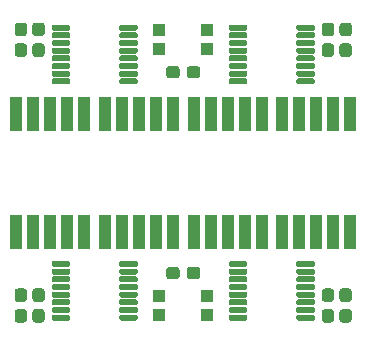
<source format=gbr>
%TF.GenerationSoftware,KiCad,Pcbnew,(5.1.6)-1*%
%TF.CreationDate,2020-09-19T18:08:18+02:00*%
%TF.ProjectId,watch,77617463-682e-46b6-9963-61645f706362,rev?*%
%TF.SameCoordinates,Original*%
%TF.FileFunction,Soldermask,Top*%
%TF.FilePolarity,Negative*%
%FSLAX46Y46*%
G04 Gerber Fmt 4.6, Leading zero omitted, Abs format (unit mm)*
G04 Created by KiCad (PCBNEW (5.1.6)-1) date 2020-09-19 18:08:18*
%MOMM*%
%LPD*%
G01*
G04 APERTURE LIST*
%ADD10R,1.000000X2.900000*%
%ADD11R,1.000000X1.100000*%
G04 APERTURE END LIST*
%TO.C,R4*%
G36*
G01*
X133018812Y-51902611D02*
X133543812Y-51902611D01*
G75*
G02*
X133806312Y-52165111I0J-262500D01*
G01*
X133806312Y-52790111D01*
G75*
G02*
X133543812Y-53052611I-262500J0D01*
G01*
X133018812Y-53052611D01*
G75*
G02*
X132756312Y-52790111I0J262500D01*
G01*
X132756312Y-52165111D01*
G75*
G02*
X133018812Y-51902611I262500J0D01*
G01*
G37*
G36*
G01*
X133018812Y-50152611D02*
X133543812Y-50152611D01*
G75*
G02*
X133806312Y-50415111I0J-262500D01*
G01*
X133806312Y-51040111D01*
G75*
G02*
X133543812Y-51302611I-262500J0D01*
G01*
X133018812Y-51302611D01*
G75*
G02*
X132756312Y-51040111I0J262500D01*
G01*
X132756312Y-50415111D01*
G75*
G02*
X133018812Y-50152611I262500J0D01*
G01*
G37*
%TD*%
%TO.C,C5*%
G36*
G01*
X134518812Y-51902611D02*
X135043812Y-51902611D01*
G75*
G02*
X135306312Y-52165111I0J-262500D01*
G01*
X135306312Y-52790111D01*
G75*
G02*
X135043812Y-53052611I-262500J0D01*
G01*
X134518812Y-53052611D01*
G75*
G02*
X134256312Y-52790111I0J262500D01*
G01*
X134256312Y-52165111D01*
G75*
G02*
X134518812Y-51902611I262500J0D01*
G01*
G37*
G36*
G01*
X134518812Y-50152611D02*
X135043812Y-50152611D01*
G75*
G02*
X135306312Y-50415111I0J-262500D01*
G01*
X135306312Y-51040111D01*
G75*
G02*
X135043812Y-51302611I-262500J0D01*
G01*
X134518812Y-51302611D01*
G75*
G02*
X134256312Y-51040111I0J262500D01*
G01*
X134256312Y-50415111D01*
G75*
G02*
X134518812Y-50152611I262500J0D01*
G01*
G37*
%TD*%
D10*
%TO.C,U13*%
X155401312Y-57852611D03*
X156841312Y-57852611D03*
X158281312Y-57852611D03*
X159721312Y-57852611D03*
X161161312Y-57852611D03*
X161161312Y-67852611D03*
X159721312Y-67852611D03*
X158281312Y-67852611D03*
X156841312Y-67852611D03*
X155401312Y-67852611D03*
%TD*%
%TO.C,U12*%
G36*
G01*
X156606312Y-50702611D02*
X156606312Y-50452611D01*
G75*
G02*
X156731312Y-50327611I125000J0D01*
G01*
X158056312Y-50327611D01*
G75*
G02*
X158181312Y-50452611I0J-125000D01*
G01*
X158181312Y-50702611D01*
G75*
G02*
X158056312Y-50827611I-125000J0D01*
G01*
X156731312Y-50827611D01*
G75*
G02*
X156606312Y-50702611I0J125000D01*
G01*
G37*
G36*
G01*
X156606312Y-51352611D02*
X156606312Y-51102611D01*
G75*
G02*
X156731312Y-50977611I125000J0D01*
G01*
X158056312Y-50977611D01*
G75*
G02*
X158181312Y-51102611I0J-125000D01*
G01*
X158181312Y-51352611D01*
G75*
G02*
X158056312Y-51477611I-125000J0D01*
G01*
X156731312Y-51477611D01*
G75*
G02*
X156606312Y-51352611I0J125000D01*
G01*
G37*
G36*
G01*
X156606312Y-52002611D02*
X156606312Y-51752611D01*
G75*
G02*
X156731312Y-51627611I125000J0D01*
G01*
X158056312Y-51627611D01*
G75*
G02*
X158181312Y-51752611I0J-125000D01*
G01*
X158181312Y-52002611D01*
G75*
G02*
X158056312Y-52127611I-125000J0D01*
G01*
X156731312Y-52127611D01*
G75*
G02*
X156606312Y-52002611I0J125000D01*
G01*
G37*
G36*
G01*
X156606312Y-52652611D02*
X156606312Y-52402611D01*
G75*
G02*
X156731312Y-52277611I125000J0D01*
G01*
X158056312Y-52277611D01*
G75*
G02*
X158181312Y-52402611I0J-125000D01*
G01*
X158181312Y-52652611D01*
G75*
G02*
X158056312Y-52777611I-125000J0D01*
G01*
X156731312Y-52777611D01*
G75*
G02*
X156606312Y-52652611I0J125000D01*
G01*
G37*
G36*
G01*
X156606312Y-53302611D02*
X156606312Y-53052611D01*
G75*
G02*
X156731312Y-52927611I125000J0D01*
G01*
X158056312Y-52927611D01*
G75*
G02*
X158181312Y-53052611I0J-125000D01*
G01*
X158181312Y-53302611D01*
G75*
G02*
X158056312Y-53427611I-125000J0D01*
G01*
X156731312Y-53427611D01*
G75*
G02*
X156606312Y-53302611I0J125000D01*
G01*
G37*
G36*
G01*
X156606312Y-53952611D02*
X156606312Y-53702611D01*
G75*
G02*
X156731312Y-53577611I125000J0D01*
G01*
X158056312Y-53577611D01*
G75*
G02*
X158181312Y-53702611I0J-125000D01*
G01*
X158181312Y-53952611D01*
G75*
G02*
X158056312Y-54077611I-125000J0D01*
G01*
X156731312Y-54077611D01*
G75*
G02*
X156606312Y-53952611I0J125000D01*
G01*
G37*
G36*
G01*
X156606312Y-54602611D02*
X156606312Y-54352611D01*
G75*
G02*
X156731312Y-54227611I125000J0D01*
G01*
X158056312Y-54227611D01*
G75*
G02*
X158181312Y-54352611I0J-125000D01*
G01*
X158181312Y-54602611D01*
G75*
G02*
X158056312Y-54727611I-125000J0D01*
G01*
X156731312Y-54727611D01*
G75*
G02*
X156606312Y-54602611I0J125000D01*
G01*
G37*
G36*
G01*
X156606312Y-55252611D02*
X156606312Y-55002611D01*
G75*
G02*
X156731312Y-54877611I125000J0D01*
G01*
X158056312Y-54877611D01*
G75*
G02*
X158181312Y-55002611I0J-125000D01*
G01*
X158181312Y-55252611D01*
G75*
G02*
X158056312Y-55377611I-125000J0D01*
G01*
X156731312Y-55377611D01*
G75*
G02*
X156606312Y-55252611I0J125000D01*
G01*
G37*
G36*
G01*
X150881312Y-55252611D02*
X150881312Y-55002611D01*
G75*
G02*
X151006312Y-54877611I125000J0D01*
G01*
X152331312Y-54877611D01*
G75*
G02*
X152456312Y-55002611I0J-125000D01*
G01*
X152456312Y-55252611D01*
G75*
G02*
X152331312Y-55377611I-125000J0D01*
G01*
X151006312Y-55377611D01*
G75*
G02*
X150881312Y-55252611I0J125000D01*
G01*
G37*
G36*
G01*
X150881312Y-54602611D02*
X150881312Y-54352611D01*
G75*
G02*
X151006312Y-54227611I125000J0D01*
G01*
X152331312Y-54227611D01*
G75*
G02*
X152456312Y-54352611I0J-125000D01*
G01*
X152456312Y-54602611D01*
G75*
G02*
X152331312Y-54727611I-125000J0D01*
G01*
X151006312Y-54727611D01*
G75*
G02*
X150881312Y-54602611I0J125000D01*
G01*
G37*
G36*
G01*
X150881312Y-53952611D02*
X150881312Y-53702611D01*
G75*
G02*
X151006312Y-53577611I125000J0D01*
G01*
X152331312Y-53577611D01*
G75*
G02*
X152456312Y-53702611I0J-125000D01*
G01*
X152456312Y-53952611D01*
G75*
G02*
X152331312Y-54077611I-125000J0D01*
G01*
X151006312Y-54077611D01*
G75*
G02*
X150881312Y-53952611I0J125000D01*
G01*
G37*
G36*
G01*
X150881312Y-53302611D02*
X150881312Y-53052611D01*
G75*
G02*
X151006312Y-52927611I125000J0D01*
G01*
X152331312Y-52927611D01*
G75*
G02*
X152456312Y-53052611I0J-125000D01*
G01*
X152456312Y-53302611D01*
G75*
G02*
X152331312Y-53427611I-125000J0D01*
G01*
X151006312Y-53427611D01*
G75*
G02*
X150881312Y-53302611I0J125000D01*
G01*
G37*
G36*
G01*
X150881312Y-52652611D02*
X150881312Y-52402611D01*
G75*
G02*
X151006312Y-52277611I125000J0D01*
G01*
X152331312Y-52277611D01*
G75*
G02*
X152456312Y-52402611I0J-125000D01*
G01*
X152456312Y-52652611D01*
G75*
G02*
X152331312Y-52777611I-125000J0D01*
G01*
X151006312Y-52777611D01*
G75*
G02*
X150881312Y-52652611I0J125000D01*
G01*
G37*
G36*
G01*
X150881312Y-52002611D02*
X150881312Y-51752611D01*
G75*
G02*
X151006312Y-51627611I125000J0D01*
G01*
X152331312Y-51627611D01*
G75*
G02*
X152456312Y-51752611I0J-125000D01*
G01*
X152456312Y-52002611D01*
G75*
G02*
X152331312Y-52127611I-125000J0D01*
G01*
X151006312Y-52127611D01*
G75*
G02*
X150881312Y-52002611I0J125000D01*
G01*
G37*
G36*
G01*
X150881312Y-51352611D02*
X150881312Y-51102611D01*
G75*
G02*
X151006312Y-50977611I125000J0D01*
G01*
X152331312Y-50977611D01*
G75*
G02*
X152456312Y-51102611I0J-125000D01*
G01*
X152456312Y-51352611D01*
G75*
G02*
X152331312Y-51477611I-125000J0D01*
G01*
X151006312Y-51477611D01*
G75*
G02*
X150881312Y-51352611I0J125000D01*
G01*
G37*
G36*
G01*
X150881312Y-50702611D02*
X150881312Y-50452611D01*
G75*
G02*
X151006312Y-50327611I125000J0D01*
G01*
X152331312Y-50327611D01*
G75*
G02*
X152456312Y-50452611I0J-125000D01*
G01*
X152456312Y-50702611D01*
G75*
G02*
X152331312Y-50827611I-125000J0D01*
G01*
X151006312Y-50827611D01*
G75*
G02*
X150881312Y-50702611I0J125000D01*
G01*
G37*
%TD*%
%TO.C,U11*%
X147901312Y-57852611D03*
X149341312Y-57852611D03*
X150781312Y-57852611D03*
X152221312Y-57852611D03*
X153661312Y-57852611D03*
X153661312Y-67852611D03*
X152221312Y-67852611D03*
X150781312Y-67852611D03*
X149341312Y-67852611D03*
X147901312Y-67852611D03*
%TD*%
%TO.C,U10*%
G36*
G01*
X141606312Y-50702611D02*
X141606312Y-50452611D01*
G75*
G02*
X141731312Y-50327611I125000J0D01*
G01*
X143056312Y-50327611D01*
G75*
G02*
X143181312Y-50452611I0J-125000D01*
G01*
X143181312Y-50702611D01*
G75*
G02*
X143056312Y-50827611I-125000J0D01*
G01*
X141731312Y-50827611D01*
G75*
G02*
X141606312Y-50702611I0J125000D01*
G01*
G37*
G36*
G01*
X141606312Y-51352611D02*
X141606312Y-51102611D01*
G75*
G02*
X141731312Y-50977611I125000J0D01*
G01*
X143056312Y-50977611D01*
G75*
G02*
X143181312Y-51102611I0J-125000D01*
G01*
X143181312Y-51352611D01*
G75*
G02*
X143056312Y-51477611I-125000J0D01*
G01*
X141731312Y-51477611D01*
G75*
G02*
X141606312Y-51352611I0J125000D01*
G01*
G37*
G36*
G01*
X141606312Y-52002611D02*
X141606312Y-51752611D01*
G75*
G02*
X141731312Y-51627611I125000J0D01*
G01*
X143056312Y-51627611D01*
G75*
G02*
X143181312Y-51752611I0J-125000D01*
G01*
X143181312Y-52002611D01*
G75*
G02*
X143056312Y-52127611I-125000J0D01*
G01*
X141731312Y-52127611D01*
G75*
G02*
X141606312Y-52002611I0J125000D01*
G01*
G37*
G36*
G01*
X141606312Y-52652611D02*
X141606312Y-52402611D01*
G75*
G02*
X141731312Y-52277611I125000J0D01*
G01*
X143056312Y-52277611D01*
G75*
G02*
X143181312Y-52402611I0J-125000D01*
G01*
X143181312Y-52652611D01*
G75*
G02*
X143056312Y-52777611I-125000J0D01*
G01*
X141731312Y-52777611D01*
G75*
G02*
X141606312Y-52652611I0J125000D01*
G01*
G37*
G36*
G01*
X141606312Y-53302611D02*
X141606312Y-53052611D01*
G75*
G02*
X141731312Y-52927611I125000J0D01*
G01*
X143056312Y-52927611D01*
G75*
G02*
X143181312Y-53052611I0J-125000D01*
G01*
X143181312Y-53302611D01*
G75*
G02*
X143056312Y-53427611I-125000J0D01*
G01*
X141731312Y-53427611D01*
G75*
G02*
X141606312Y-53302611I0J125000D01*
G01*
G37*
G36*
G01*
X141606312Y-53952611D02*
X141606312Y-53702611D01*
G75*
G02*
X141731312Y-53577611I125000J0D01*
G01*
X143056312Y-53577611D01*
G75*
G02*
X143181312Y-53702611I0J-125000D01*
G01*
X143181312Y-53952611D01*
G75*
G02*
X143056312Y-54077611I-125000J0D01*
G01*
X141731312Y-54077611D01*
G75*
G02*
X141606312Y-53952611I0J125000D01*
G01*
G37*
G36*
G01*
X141606312Y-54602611D02*
X141606312Y-54352611D01*
G75*
G02*
X141731312Y-54227611I125000J0D01*
G01*
X143056312Y-54227611D01*
G75*
G02*
X143181312Y-54352611I0J-125000D01*
G01*
X143181312Y-54602611D01*
G75*
G02*
X143056312Y-54727611I-125000J0D01*
G01*
X141731312Y-54727611D01*
G75*
G02*
X141606312Y-54602611I0J125000D01*
G01*
G37*
G36*
G01*
X141606312Y-55252611D02*
X141606312Y-55002611D01*
G75*
G02*
X141731312Y-54877611I125000J0D01*
G01*
X143056312Y-54877611D01*
G75*
G02*
X143181312Y-55002611I0J-125000D01*
G01*
X143181312Y-55252611D01*
G75*
G02*
X143056312Y-55377611I-125000J0D01*
G01*
X141731312Y-55377611D01*
G75*
G02*
X141606312Y-55252611I0J125000D01*
G01*
G37*
G36*
G01*
X135881312Y-55252611D02*
X135881312Y-55002611D01*
G75*
G02*
X136006312Y-54877611I125000J0D01*
G01*
X137331312Y-54877611D01*
G75*
G02*
X137456312Y-55002611I0J-125000D01*
G01*
X137456312Y-55252611D01*
G75*
G02*
X137331312Y-55377611I-125000J0D01*
G01*
X136006312Y-55377611D01*
G75*
G02*
X135881312Y-55252611I0J125000D01*
G01*
G37*
G36*
G01*
X135881312Y-54602611D02*
X135881312Y-54352611D01*
G75*
G02*
X136006312Y-54227611I125000J0D01*
G01*
X137331312Y-54227611D01*
G75*
G02*
X137456312Y-54352611I0J-125000D01*
G01*
X137456312Y-54602611D01*
G75*
G02*
X137331312Y-54727611I-125000J0D01*
G01*
X136006312Y-54727611D01*
G75*
G02*
X135881312Y-54602611I0J125000D01*
G01*
G37*
G36*
G01*
X135881312Y-53952611D02*
X135881312Y-53702611D01*
G75*
G02*
X136006312Y-53577611I125000J0D01*
G01*
X137331312Y-53577611D01*
G75*
G02*
X137456312Y-53702611I0J-125000D01*
G01*
X137456312Y-53952611D01*
G75*
G02*
X137331312Y-54077611I-125000J0D01*
G01*
X136006312Y-54077611D01*
G75*
G02*
X135881312Y-53952611I0J125000D01*
G01*
G37*
G36*
G01*
X135881312Y-53302611D02*
X135881312Y-53052611D01*
G75*
G02*
X136006312Y-52927611I125000J0D01*
G01*
X137331312Y-52927611D01*
G75*
G02*
X137456312Y-53052611I0J-125000D01*
G01*
X137456312Y-53302611D01*
G75*
G02*
X137331312Y-53427611I-125000J0D01*
G01*
X136006312Y-53427611D01*
G75*
G02*
X135881312Y-53302611I0J125000D01*
G01*
G37*
G36*
G01*
X135881312Y-52652611D02*
X135881312Y-52402611D01*
G75*
G02*
X136006312Y-52277611I125000J0D01*
G01*
X137331312Y-52277611D01*
G75*
G02*
X137456312Y-52402611I0J-125000D01*
G01*
X137456312Y-52652611D01*
G75*
G02*
X137331312Y-52777611I-125000J0D01*
G01*
X136006312Y-52777611D01*
G75*
G02*
X135881312Y-52652611I0J125000D01*
G01*
G37*
G36*
G01*
X135881312Y-52002611D02*
X135881312Y-51752611D01*
G75*
G02*
X136006312Y-51627611I125000J0D01*
G01*
X137331312Y-51627611D01*
G75*
G02*
X137456312Y-51752611I0J-125000D01*
G01*
X137456312Y-52002611D01*
G75*
G02*
X137331312Y-52127611I-125000J0D01*
G01*
X136006312Y-52127611D01*
G75*
G02*
X135881312Y-52002611I0J125000D01*
G01*
G37*
G36*
G01*
X135881312Y-51352611D02*
X135881312Y-51102611D01*
G75*
G02*
X136006312Y-50977611I125000J0D01*
G01*
X137331312Y-50977611D01*
G75*
G02*
X137456312Y-51102611I0J-125000D01*
G01*
X137456312Y-51352611D01*
G75*
G02*
X137331312Y-51477611I-125000J0D01*
G01*
X136006312Y-51477611D01*
G75*
G02*
X135881312Y-51352611I0J125000D01*
G01*
G37*
G36*
G01*
X135881312Y-50702611D02*
X135881312Y-50452611D01*
G75*
G02*
X136006312Y-50327611I125000J0D01*
G01*
X137331312Y-50327611D01*
G75*
G02*
X137456312Y-50452611I0J-125000D01*
G01*
X137456312Y-50702611D01*
G75*
G02*
X137331312Y-50827611I-125000J0D01*
G01*
X136006312Y-50827611D01*
G75*
G02*
X135881312Y-50702611I0J125000D01*
G01*
G37*
%TD*%
%TO.C,U4*%
G36*
G01*
X137456312Y-75002611D02*
X137456312Y-75252611D01*
G75*
G02*
X137331312Y-75377611I-125000J0D01*
G01*
X136006312Y-75377611D01*
G75*
G02*
X135881312Y-75252611I0J125000D01*
G01*
X135881312Y-75002611D01*
G75*
G02*
X136006312Y-74877611I125000J0D01*
G01*
X137331312Y-74877611D01*
G75*
G02*
X137456312Y-75002611I0J-125000D01*
G01*
G37*
G36*
G01*
X137456312Y-74352611D02*
X137456312Y-74602611D01*
G75*
G02*
X137331312Y-74727611I-125000J0D01*
G01*
X136006312Y-74727611D01*
G75*
G02*
X135881312Y-74602611I0J125000D01*
G01*
X135881312Y-74352611D01*
G75*
G02*
X136006312Y-74227611I125000J0D01*
G01*
X137331312Y-74227611D01*
G75*
G02*
X137456312Y-74352611I0J-125000D01*
G01*
G37*
G36*
G01*
X137456312Y-73702611D02*
X137456312Y-73952611D01*
G75*
G02*
X137331312Y-74077611I-125000J0D01*
G01*
X136006312Y-74077611D01*
G75*
G02*
X135881312Y-73952611I0J125000D01*
G01*
X135881312Y-73702611D01*
G75*
G02*
X136006312Y-73577611I125000J0D01*
G01*
X137331312Y-73577611D01*
G75*
G02*
X137456312Y-73702611I0J-125000D01*
G01*
G37*
G36*
G01*
X137456312Y-73052611D02*
X137456312Y-73302611D01*
G75*
G02*
X137331312Y-73427611I-125000J0D01*
G01*
X136006312Y-73427611D01*
G75*
G02*
X135881312Y-73302611I0J125000D01*
G01*
X135881312Y-73052611D01*
G75*
G02*
X136006312Y-72927611I125000J0D01*
G01*
X137331312Y-72927611D01*
G75*
G02*
X137456312Y-73052611I0J-125000D01*
G01*
G37*
G36*
G01*
X137456312Y-72402611D02*
X137456312Y-72652611D01*
G75*
G02*
X137331312Y-72777611I-125000J0D01*
G01*
X136006312Y-72777611D01*
G75*
G02*
X135881312Y-72652611I0J125000D01*
G01*
X135881312Y-72402611D01*
G75*
G02*
X136006312Y-72277611I125000J0D01*
G01*
X137331312Y-72277611D01*
G75*
G02*
X137456312Y-72402611I0J-125000D01*
G01*
G37*
G36*
G01*
X137456312Y-71752611D02*
X137456312Y-72002611D01*
G75*
G02*
X137331312Y-72127611I-125000J0D01*
G01*
X136006312Y-72127611D01*
G75*
G02*
X135881312Y-72002611I0J125000D01*
G01*
X135881312Y-71752611D01*
G75*
G02*
X136006312Y-71627611I125000J0D01*
G01*
X137331312Y-71627611D01*
G75*
G02*
X137456312Y-71752611I0J-125000D01*
G01*
G37*
G36*
G01*
X137456312Y-71102611D02*
X137456312Y-71352611D01*
G75*
G02*
X137331312Y-71477611I-125000J0D01*
G01*
X136006312Y-71477611D01*
G75*
G02*
X135881312Y-71352611I0J125000D01*
G01*
X135881312Y-71102611D01*
G75*
G02*
X136006312Y-70977611I125000J0D01*
G01*
X137331312Y-70977611D01*
G75*
G02*
X137456312Y-71102611I0J-125000D01*
G01*
G37*
G36*
G01*
X137456312Y-70452611D02*
X137456312Y-70702611D01*
G75*
G02*
X137331312Y-70827611I-125000J0D01*
G01*
X136006312Y-70827611D01*
G75*
G02*
X135881312Y-70702611I0J125000D01*
G01*
X135881312Y-70452611D01*
G75*
G02*
X136006312Y-70327611I125000J0D01*
G01*
X137331312Y-70327611D01*
G75*
G02*
X137456312Y-70452611I0J-125000D01*
G01*
G37*
G36*
G01*
X143181312Y-70452611D02*
X143181312Y-70702611D01*
G75*
G02*
X143056312Y-70827611I-125000J0D01*
G01*
X141731312Y-70827611D01*
G75*
G02*
X141606312Y-70702611I0J125000D01*
G01*
X141606312Y-70452611D01*
G75*
G02*
X141731312Y-70327611I125000J0D01*
G01*
X143056312Y-70327611D01*
G75*
G02*
X143181312Y-70452611I0J-125000D01*
G01*
G37*
G36*
G01*
X143181312Y-71102611D02*
X143181312Y-71352611D01*
G75*
G02*
X143056312Y-71477611I-125000J0D01*
G01*
X141731312Y-71477611D01*
G75*
G02*
X141606312Y-71352611I0J125000D01*
G01*
X141606312Y-71102611D01*
G75*
G02*
X141731312Y-70977611I125000J0D01*
G01*
X143056312Y-70977611D01*
G75*
G02*
X143181312Y-71102611I0J-125000D01*
G01*
G37*
G36*
G01*
X143181312Y-71752611D02*
X143181312Y-72002611D01*
G75*
G02*
X143056312Y-72127611I-125000J0D01*
G01*
X141731312Y-72127611D01*
G75*
G02*
X141606312Y-72002611I0J125000D01*
G01*
X141606312Y-71752611D01*
G75*
G02*
X141731312Y-71627611I125000J0D01*
G01*
X143056312Y-71627611D01*
G75*
G02*
X143181312Y-71752611I0J-125000D01*
G01*
G37*
G36*
G01*
X143181312Y-72402611D02*
X143181312Y-72652611D01*
G75*
G02*
X143056312Y-72777611I-125000J0D01*
G01*
X141731312Y-72777611D01*
G75*
G02*
X141606312Y-72652611I0J125000D01*
G01*
X141606312Y-72402611D01*
G75*
G02*
X141731312Y-72277611I125000J0D01*
G01*
X143056312Y-72277611D01*
G75*
G02*
X143181312Y-72402611I0J-125000D01*
G01*
G37*
G36*
G01*
X143181312Y-73052611D02*
X143181312Y-73302611D01*
G75*
G02*
X143056312Y-73427611I-125000J0D01*
G01*
X141731312Y-73427611D01*
G75*
G02*
X141606312Y-73302611I0J125000D01*
G01*
X141606312Y-73052611D01*
G75*
G02*
X141731312Y-72927611I125000J0D01*
G01*
X143056312Y-72927611D01*
G75*
G02*
X143181312Y-73052611I0J-125000D01*
G01*
G37*
G36*
G01*
X143181312Y-73702611D02*
X143181312Y-73952611D01*
G75*
G02*
X143056312Y-74077611I-125000J0D01*
G01*
X141731312Y-74077611D01*
G75*
G02*
X141606312Y-73952611I0J125000D01*
G01*
X141606312Y-73702611D01*
G75*
G02*
X141731312Y-73577611I125000J0D01*
G01*
X143056312Y-73577611D01*
G75*
G02*
X143181312Y-73702611I0J-125000D01*
G01*
G37*
G36*
G01*
X143181312Y-74352611D02*
X143181312Y-74602611D01*
G75*
G02*
X143056312Y-74727611I-125000J0D01*
G01*
X141731312Y-74727611D01*
G75*
G02*
X141606312Y-74602611I0J125000D01*
G01*
X141606312Y-74352611D01*
G75*
G02*
X141731312Y-74227611I125000J0D01*
G01*
X143056312Y-74227611D01*
G75*
G02*
X143181312Y-74352611I0J-125000D01*
G01*
G37*
G36*
G01*
X143181312Y-75002611D02*
X143181312Y-75252611D01*
G75*
G02*
X143056312Y-75377611I-125000J0D01*
G01*
X141731312Y-75377611D01*
G75*
G02*
X141606312Y-75252611I0J125000D01*
G01*
X141606312Y-75002611D01*
G75*
G02*
X141731312Y-74877611I125000J0D01*
G01*
X143056312Y-74877611D01*
G75*
G02*
X143181312Y-75002611I0J-125000D01*
G01*
G37*
%TD*%
%TO.C,U3*%
G36*
G01*
X152456312Y-75002611D02*
X152456312Y-75252611D01*
G75*
G02*
X152331312Y-75377611I-125000J0D01*
G01*
X151006312Y-75377611D01*
G75*
G02*
X150881312Y-75252611I0J125000D01*
G01*
X150881312Y-75002611D01*
G75*
G02*
X151006312Y-74877611I125000J0D01*
G01*
X152331312Y-74877611D01*
G75*
G02*
X152456312Y-75002611I0J-125000D01*
G01*
G37*
G36*
G01*
X152456312Y-74352611D02*
X152456312Y-74602611D01*
G75*
G02*
X152331312Y-74727611I-125000J0D01*
G01*
X151006312Y-74727611D01*
G75*
G02*
X150881312Y-74602611I0J125000D01*
G01*
X150881312Y-74352611D01*
G75*
G02*
X151006312Y-74227611I125000J0D01*
G01*
X152331312Y-74227611D01*
G75*
G02*
X152456312Y-74352611I0J-125000D01*
G01*
G37*
G36*
G01*
X152456312Y-73702611D02*
X152456312Y-73952611D01*
G75*
G02*
X152331312Y-74077611I-125000J0D01*
G01*
X151006312Y-74077611D01*
G75*
G02*
X150881312Y-73952611I0J125000D01*
G01*
X150881312Y-73702611D01*
G75*
G02*
X151006312Y-73577611I125000J0D01*
G01*
X152331312Y-73577611D01*
G75*
G02*
X152456312Y-73702611I0J-125000D01*
G01*
G37*
G36*
G01*
X152456312Y-73052611D02*
X152456312Y-73302611D01*
G75*
G02*
X152331312Y-73427611I-125000J0D01*
G01*
X151006312Y-73427611D01*
G75*
G02*
X150881312Y-73302611I0J125000D01*
G01*
X150881312Y-73052611D01*
G75*
G02*
X151006312Y-72927611I125000J0D01*
G01*
X152331312Y-72927611D01*
G75*
G02*
X152456312Y-73052611I0J-125000D01*
G01*
G37*
G36*
G01*
X152456312Y-72402611D02*
X152456312Y-72652611D01*
G75*
G02*
X152331312Y-72777611I-125000J0D01*
G01*
X151006312Y-72777611D01*
G75*
G02*
X150881312Y-72652611I0J125000D01*
G01*
X150881312Y-72402611D01*
G75*
G02*
X151006312Y-72277611I125000J0D01*
G01*
X152331312Y-72277611D01*
G75*
G02*
X152456312Y-72402611I0J-125000D01*
G01*
G37*
G36*
G01*
X152456312Y-71752611D02*
X152456312Y-72002611D01*
G75*
G02*
X152331312Y-72127611I-125000J0D01*
G01*
X151006312Y-72127611D01*
G75*
G02*
X150881312Y-72002611I0J125000D01*
G01*
X150881312Y-71752611D01*
G75*
G02*
X151006312Y-71627611I125000J0D01*
G01*
X152331312Y-71627611D01*
G75*
G02*
X152456312Y-71752611I0J-125000D01*
G01*
G37*
G36*
G01*
X152456312Y-71102611D02*
X152456312Y-71352611D01*
G75*
G02*
X152331312Y-71477611I-125000J0D01*
G01*
X151006312Y-71477611D01*
G75*
G02*
X150881312Y-71352611I0J125000D01*
G01*
X150881312Y-71102611D01*
G75*
G02*
X151006312Y-70977611I125000J0D01*
G01*
X152331312Y-70977611D01*
G75*
G02*
X152456312Y-71102611I0J-125000D01*
G01*
G37*
G36*
G01*
X152456312Y-70452611D02*
X152456312Y-70702611D01*
G75*
G02*
X152331312Y-70827611I-125000J0D01*
G01*
X151006312Y-70827611D01*
G75*
G02*
X150881312Y-70702611I0J125000D01*
G01*
X150881312Y-70452611D01*
G75*
G02*
X151006312Y-70327611I125000J0D01*
G01*
X152331312Y-70327611D01*
G75*
G02*
X152456312Y-70452611I0J-125000D01*
G01*
G37*
G36*
G01*
X158181312Y-70452611D02*
X158181312Y-70702611D01*
G75*
G02*
X158056312Y-70827611I-125000J0D01*
G01*
X156731312Y-70827611D01*
G75*
G02*
X156606312Y-70702611I0J125000D01*
G01*
X156606312Y-70452611D01*
G75*
G02*
X156731312Y-70327611I125000J0D01*
G01*
X158056312Y-70327611D01*
G75*
G02*
X158181312Y-70452611I0J-125000D01*
G01*
G37*
G36*
G01*
X158181312Y-71102611D02*
X158181312Y-71352611D01*
G75*
G02*
X158056312Y-71477611I-125000J0D01*
G01*
X156731312Y-71477611D01*
G75*
G02*
X156606312Y-71352611I0J125000D01*
G01*
X156606312Y-71102611D01*
G75*
G02*
X156731312Y-70977611I125000J0D01*
G01*
X158056312Y-70977611D01*
G75*
G02*
X158181312Y-71102611I0J-125000D01*
G01*
G37*
G36*
G01*
X158181312Y-71752611D02*
X158181312Y-72002611D01*
G75*
G02*
X158056312Y-72127611I-125000J0D01*
G01*
X156731312Y-72127611D01*
G75*
G02*
X156606312Y-72002611I0J125000D01*
G01*
X156606312Y-71752611D01*
G75*
G02*
X156731312Y-71627611I125000J0D01*
G01*
X158056312Y-71627611D01*
G75*
G02*
X158181312Y-71752611I0J-125000D01*
G01*
G37*
G36*
G01*
X158181312Y-72402611D02*
X158181312Y-72652611D01*
G75*
G02*
X158056312Y-72777611I-125000J0D01*
G01*
X156731312Y-72777611D01*
G75*
G02*
X156606312Y-72652611I0J125000D01*
G01*
X156606312Y-72402611D01*
G75*
G02*
X156731312Y-72277611I125000J0D01*
G01*
X158056312Y-72277611D01*
G75*
G02*
X158181312Y-72402611I0J-125000D01*
G01*
G37*
G36*
G01*
X158181312Y-73052611D02*
X158181312Y-73302611D01*
G75*
G02*
X158056312Y-73427611I-125000J0D01*
G01*
X156731312Y-73427611D01*
G75*
G02*
X156606312Y-73302611I0J125000D01*
G01*
X156606312Y-73052611D01*
G75*
G02*
X156731312Y-72927611I125000J0D01*
G01*
X158056312Y-72927611D01*
G75*
G02*
X158181312Y-73052611I0J-125000D01*
G01*
G37*
G36*
G01*
X158181312Y-73702611D02*
X158181312Y-73952611D01*
G75*
G02*
X158056312Y-74077611I-125000J0D01*
G01*
X156731312Y-74077611D01*
G75*
G02*
X156606312Y-73952611I0J125000D01*
G01*
X156606312Y-73702611D01*
G75*
G02*
X156731312Y-73577611I125000J0D01*
G01*
X158056312Y-73577611D01*
G75*
G02*
X158181312Y-73702611I0J-125000D01*
G01*
G37*
G36*
G01*
X158181312Y-74352611D02*
X158181312Y-74602611D01*
G75*
G02*
X158056312Y-74727611I-125000J0D01*
G01*
X156731312Y-74727611D01*
G75*
G02*
X156606312Y-74602611I0J125000D01*
G01*
X156606312Y-74352611D01*
G75*
G02*
X156731312Y-74227611I125000J0D01*
G01*
X158056312Y-74227611D01*
G75*
G02*
X158181312Y-74352611I0J-125000D01*
G01*
G37*
G36*
G01*
X158181312Y-75002611D02*
X158181312Y-75252611D01*
G75*
G02*
X158056312Y-75377611I-125000J0D01*
G01*
X156731312Y-75377611D01*
G75*
G02*
X156606312Y-75252611I0J125000D01*
G01*
X156606312Y-75002611D01*
G75*
G02*
X156731312Y-74877611I125000J0D01*
G01*
X158056312Y-74877611D01*
G75*
G02*
X158181312Y-75002611I0J-125000D01*
G01*
G37*
%TD*%
%TO.C,U2*%
X140401312Y-57852611D03*
X141841312Y-57852611D03*
X143281312Y-57852611D03*
X144721312Y-57852611D03*
X146161312Y-57852611D03*
X146161312Y-67852611D03*
X144721312Y-67852611D03*
X143281312Y-67852611D03*
X141841312Y-67852611D03*
X140401312Y-67852611D03*
%TD*%
%TO.C,U1*%
X132901312Y-57852611D03*
X134341312Y-57852611D03*
X135781312Y-57852611D03*
X137221312Y-57852611D03*
X138661312Y-57852611D03*
X138661312Y-67852611D03*
X137221312Y-67852611D03*
X135781312Y-67852611D03*
X134341312Y-67852611D03*
X132901312Y-67852611D03*
%TD*%
D11*
%TO.C,SW2*%
X144981312Y-73302611D03*
X144981312Y-74902611D03*
X149081312Y-73302611D03*
X149081312Y-74902611D03*
%TD*%
%TO.C,SW1*%
X144981312Y-50802611D03*
X144981312Y-52402611D03*
X149081312Y-50802611D03*
X149081312Y-52402611D03*
%TD*%
%TO.C,R5*%
G36*
G01*
X160518812Y-51902611D02*
X161043812Y-51902611D01*
G75*
G02*
X161306312Y-52165111I0J-262500D01*
G01*
X161306312Y-52790111D01*
G75*
G02*
X161043812Y-53052611I-262500J0D01*
G01*
X160518812Y-53052611D01*
G75*
G02*
X160256312Y-52790111I0J262500D01*
G01*
X160256312Y-52165111D01*
G75*
G02*
X160518812Y-51902611I262500J0D01*
G01*
G37*
G36*
G01*
X160518812Y-50152611D02*
X161043812Y-50152611D01*
G75*
G02*
X161306312Y-50415111I0J-262500D01*
G01*
X161306312Y-51040111D01*
G75*
G02*
X161043812Y-51302611I-262500J0D01*
G01*
X160518812Y-51302611D01*
G75*
G02*
X160256312Y-51040111I0J262500D01*
G01*
X160256312Y-50415111D01*
G75*
G02*
X160518812Y-50152611I262500J0D01*
G01*
G37*
%TD*%
%TO.C,R2*%
G36*
G01*
X161043812Y-73802611D02*
X160518812Y-73802611D01*
G75*
G02*
X160256312Y-73540111I0J262500D01*
G01*
X160256312Y-72915111D01*
G75*
G02*
X160518812Y-72652611I262500J0D01*
G01*
X161043812Y-72652611D01*
G75*
G02*
X161306312Y-72915111I0J-262500D01*
G01*
X161306312Y-73540111D01*
G75*
G02*
X161043812Y-73802611I-262500J0D01*
G01*
G37*
G36*
G01*
X161043812Y-75552611D02*
X160518812Y-75552611D01*
G75*
G02*
X160256312Y-75290111I0J262500D01*
G01*
X160256312Y-74665111D01*
G75*
G02*
X160518812Y-74402611I262500J0D01*
G01*
X161043812Y-74402611D01*
G75*
G02*
X161306312Y-74665111I0J-262500D01*
G01*
X161306312Y-75290111D01*
G75*
G02*
X161043812Y-75552611I-262500J0D01*
G01*
G37*
%TD*%
%TO.C,R1*%
G36*
G01*
X133543812Y-73802611D02*
X133018812Y-73802611D01*
G75*
G02*
X132756312Y-73540111I0J262500D01*
G01*
X132756312Y-72915111D01*
G75*
G02*
X133018812Y-72652611I262500J0D01*
G01*
X133543812Y-72652611D01*
G75*
G02*
X133806312Y-72915111I0J-262500D01*
G01*
X133806312Y-73540111D01*
G75*
G02*
X133543812Y-73802611I-262500J0D01*
G01*
G37*
G36*
G01*
X133543812Y-75552611D02*
X133018812Y-75552611D01*
G75*
G02*
X132756312Y-75290111I0J262500D01*
G01*
X132756312Y-74665111D01*
G75*
G02*
X133018812Y-74402611I262500J0D01*
G01*
X133543812Y-74402611D01*
G75*
G02*
X133806312Y-74665111I0J-262500D01*
G01*
X133806312Y-75290111D01*
G75*
G02*
X133543812Y-75552611I-262500J0D01*
G01*
G37*
%TD*%
%TO.C,C16*%
G36*
G01*
X159018812Y-51902611D02*
X159543812Y-51902611D01*
G75*
G02*
X159806312Y-52165111I0J-262500D01*
G01*
X159806312Y-52790111D01*
G75*
G02*
X159543812Y-53052611I-262500J0D01*
G01*
X159018812Y-53052611D01*
G75*
G02*
X158756312Y-52790111I0J262500D01*
G01*
X158756312Y-52165111D01*
G75*
G02*
X159018812Y-51902611I262500J0D01*
G01*
G37*
G36*
G01*
X159018812Y-50152611D02*
X159543812Y-50152611D01*
G75*
G02*
X159806312Y-50415111I0J-262500D01*
G01*
X159806312Y-51040111D01*
G75*
G02*
X159543812Y-51302611I-262500J0D01*
G01*
X159018812Y-51302611D01*
G75*
G02*
X158756312Y-51040111I0J262500D01*
G01*
X158756312Y-50415111D01*
G75*
G02*
X159018812Y-50152611I262500J0D01*
G01*
G37*
%TD*%
%TO.C,C12*%
G36*
G01*
X146731312Y-71090111D02*
X146731312Y-71615111D01*
G75*
G02*
X146468812Y-71877611I-262500J0D01*
G01*
X145843812Y-71877611D01*
G75*
G02*
X145581312Y-71615111I0J262500D01*
G01*
X145581312Y-71090111D01*
G75*
G02*
X145843812Y-70827611I262500J0D01*
G01*
X146468812Y-70827611D01*
G75*
G02*
X146731312Y-71090111I0J-262500D01*
G01*
G37*
G36*
G01*
X148481312Y-71090111D02*
X148481312Y-71615111D01*
G75*
G02*
X148218812Y-71877611I-262500J0D01*
G01*
X147593812Y-71877611D01*
G75*
G02*
X147331312Y-71615111I0J262500D01*
G01*
X147331312Y-71090111D01*
G75*
G02*
X147593812Y-70827611I262500J0D01*
G01*
X148218812Y-70827611D01*
G75*
G02*
X148481312Y-71090111I0J-262500D01*
G01*
G37*
%TD*%
%TO.C,C11*%
G36*
G01*
X148481312Y-54090111D02*
X148481312Y-54615111D01*
G75*
G02*
X148218812Y-54877611I-262500J0D01*
G01*
X147593812Y-54877611D01*
G75*
G02*
X147331312Y-54615111I0J262500D01*
G01*
X147331312Y-54090111D01*
G75*
G02*
X147593812Y-53827611I262500J0D01*
G01*
X148218812Y-53827611D01*
G75*
G02*
X148481312Y-54090111I0J-262500D01*
G01*
G37*
G36*
G01*
X146731312Y-54090111D02*
X146731312Y-54615111D01*
G75*
G02*
X146468812Y-54877611I-262500J0D01*
G01*
X145843812Y-54877611D01*
G75*
G02*
X145581312Y-54615111I0J262500D01*
G01*
X145581312Y-54090111D01*
G75*
G02*
X145843812Y-53827611I262500J0D01*
G01*
X146468812Y-53827611D01*
G75*
G02*
X146731312Y-54090111I0J-262500D01*
G01*
G37*
%TD*%
%TO.C,C2*%
G36*
G01*
X135043812Y-73802611D02*
X134518812Y-73802611D01*
G75*
G02*
X134256312Y-73540111I0J262500D01*
G01*
X134256312Y-72915111D01*
G75*
G02*
X134518812Y-72652611I262500J0D01*
G01*
X135043812Y-72652611D01*
G75*
G02*
X135306312Y-72915111I0J-262500D01*
G01*
X135306312Y-73540111D01*
G75*
G02*
X135043812Y-73802611I-262500J0D01*
G01*
G37*
G36*
G01*
X135043812Y-75552611D02*
X134518812Y-75552611D01*
G75*
G02*
X134256312Y-75290111I0J262500D01*
G01*
X134256312Y-74665111D01*
G75*
G02*
X134518812Y-74402611I262500J0D01*
G01*
X135043812Y-74402611D01*
G75*
G02*
X135306312Y-74665111I0J-262500D01*
G01*
X135306312Y-75290111D01*
G75*
G02*
X135043812Y-75552611I-262500J0D01*
G01*
G37*
%TD*%
%TO.C,C1*%
G36*
G01*
X159543812Y-73802611D02*
X159018812Y-73802611D01*
G75*
G02*
X158756312Y-73540111I0J262500D01*
G01*
X158756312Y-72915111D01*
G75*
G02*
X159018812Y-72652611I262500J0D01*
G01*
X159543812Y-72652611D01*
G75*
G02*
X159806312Y-72915111I0J-262500D01*
G01*
X159806312Y-73540111D01*
G75*
G02*
X159543812Y-73802611I-262500J0D01*
G01*
G37*
G36*
G01*
X159543812Y-75552611D02*
X159018812Y-75552611D01*
G75*
G02*
X158756312Y-75290111I0J262500D01*
G01*
X158756312Y-74665111D01*
G75*
G02*
X159018812Y-74402611I262500J0D01*
G01*
X159543812Y-74402611D01*
G75*
G02*
X159806312Y-74665111I0J-262500D01*
G01*
X159806312Y-75290111D01*
G75*
G02*
X159543812Y-75552611I-262500J0D01*
G01*
G37*
%TD*%
M02*

</source>
